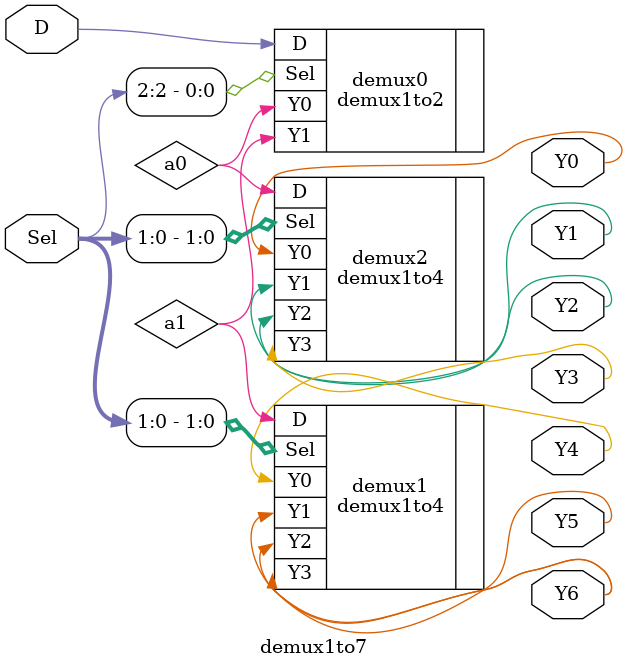
<source format=v>

`include "demux1to2.v"
`include "demux1to4.v"

// Module name and I/O port
module demux1to7 (Y0, Y1, Y2, Y3, Y4, Y5, Y6, Sel, D); 
 
// Input ports declaration
input [2:0] Sel;
input       D;

// Output ports declaration
output      Y0;
output      Y1;
output      Y2;
output      Y3;
output      Y4;
output      Y5;
output      Y6;

// Internal wires declaration
wire        a0;
wire        a1;


// Hierarchical structure
demux1to2 demux0 (.Y0(a0), .Y1(a1), .Sel(Sel[2]), .D(D));
demux1to4 demux1 (.Y0(Y4), .Y1(Y5), .Y2(Y6), .Y3(Y6), .Sel(Sel[1:0]), .D(a1));
demux1to4 demux2 (.Y0(Y0), .Y1(Y1), .Y2(Y2), .Y3(Y3), .Sel(Sel[1:0]), .D(a0));
endmodule


</source>
